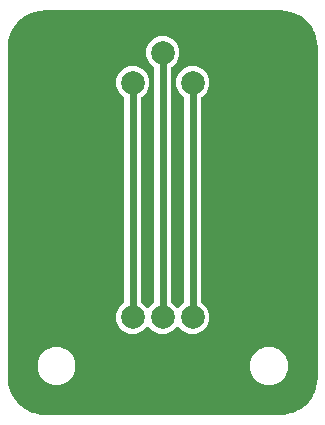
<source format=gbr>
G04 EAGLE Gerber X2 export*
%TF.Part,Single*%
%TF.FileFunction,Copper,L1,Top,Mixed*%
%TF.FilePolarity,Positive*%
%TF.GenerationSoftware,Autodesk,EAGLE,9.0.1*%
%TF.CreationDate,2018-10-12T14:53:16Z*%
G75*
%MOMM*%
%FSLAX34Y34*%
%LPD*%
%AMOC8*
5,1,8,0,0,1.08239X$1,22.5*%
G01*
%ADD10C,2.000000*%
%ADD11C,0.609600*%

G36*
X100021Y-171267D02*
X100021Y-171267D01*
X100091Y-171266D01*
X104360Y-170961D01*
X104370Y-170959D01*
X104380Y-170959D01*
X104539Y-170935D01*
X108722Y-170025D01*
X108731Y-170022D01*
X108741Y-170021D01*
X108896Y-169974D01*
X112906Y-168478D01*
X112915Y-168473D01*
X112925Y-168471D01*
X113071Y-168403D01*
X116828Y-166352D01*
X116836Y-166346D01*
X116845Y-166342D01*
X116980Y-166254D01*
X120406Y-163689D01*
X120414Y-163682D01*
X120422Y-163676D01*
X120543Y-163570D01*
X123570Y-160543D01*
X123576Y-160535D01*
X123584Y-160529D01*
X123689Y-160406D01*
X126254Y-156980D01*
X126259Y-156971D01*
X126266Y-156964D01*
X126352Y-156828D01*
X128403Y-153071D01*
X128407Y-153061D01*
X128412Y-153053D01*
X128478Y-152906D01*
X129974Y-148896D01*
X129976Y-148886D01*
X129981Y-148877D01*
X130025Y-148722D01*
X130935Y-144539D01*
X130936Y-144529D01*
X130939Y-144520D01*
X130961Y-144360D01*
X131266Y-140091D01*
X131265Y-140069D01*
X131269Y-140000D01*
X131269Y140000D01*
X131267Y140021D01*
X131266Y140091D01*
X130961Y144360D01*
X130959Y144370D01*
X130959Y144380D01*
X130935Y144539D01*
X130025Y148722D01*
X130022Y148731D01*
X130021Y148741D01*
X129974Y148896D01*
X128478Y152906D01*
X128473Y152915D01*
X128471Y152925D01*
X128403Y153071D01*
X126352Y156828D01*
X126346Y156836D01*
X126342Y156845D01*
X126254Y156980D01*
X123689Y160406D01*
X123682Y160414D01*
X123676Y160422D01*
X123570Y160543D01*
X120543Y163570D01*
X120535Y163576D01*
X120529Y163584D01*
X120406Y163689D01*
X116980Y166254D01*
X116971Y166259D01*
X116964Y166266D01*
X116828Y166352D01*
X113071Y168403D01*
X113061Y168407D01*
X113053Y168412D01*
X112906Y168478D01*
X108896Y169974D01*
X108886Y169976D01*
X108877Y169981D01*
X108722Y170025D01*
X104539Y170935D01*
X104529Y170936D01*
X104520Y170939D01*
X104360Y170961D01*
X100091Y171266D01*
X100069Y171265D01*
X100000Y171269D01*
X-100000Y171269D01*
X-100021Y171267D01*
X-100091Y171266D01*
X-104360Y170961D01*
X-104370Y170959D01*
X-104380Y170959D01*
X-104539Y170935D01*
X-108722Y170025D01*
X-108731Y170022D01*
X-108741Y170021D01*
X-108896Y169974D01*
X-112906Y168478D01*
X-112915Y168473D01*
X-112925Y168471D01*
X-113071Y168403D01*
X-116828Y166352D01*
X-116836Y166346D01*
X-116845Y166342D01*
X-116980Y166254D01*
X-120406Y163689D01*
X-120414Y163682D01*
X-120422Y163676D01*
X-120543Y163570D01*
X-123570Y160543D01*
X-123576Y160535D01*
X-123584Y160529D01*
X-123689Y160406D01*
X-126254Y156980D01*
X-126259Y156971D01*
X-126266Y156964D01*
X-126316Y156884D01*
X-126321Y156878D01*
X-126324Y156871D01*
X-126352Y156828D01*
X-128403Y153071D01*
X-128407Y153061D01*
X-128412Y153053D01*
X-128478Y152906D01*
X-129974Y148896D01*
X-129976Y148886D01*
X-129981Y148877D01*
X-130025Y148722D01*
X-130935Y144539D01*
X-130936Y144529D01*
X-130939Y144520D01*
X-130961Y144360D01*
X-131266Y140091D01*
X-131265Y140069D01*
X-131269Y140000D01*
X-131269Y-140000D01*
X-131267Y-140021D01*
X-131266Y-140091D01*
X-130961Y-144360D01*
X-130959Y-144370D01*
X-130959Y-144380D01*
X-130935Y-144539D01*
X-130025Y-148722D01*
X-130022Y-148731D01*
X-130021Y-148741D01*
X-129974Y-148896D01*
X-128478Y-152906D01*
X-128473Y-152915D01*
X-128471Y-152925D01*
X-128403Y-153071D01*
X-126352Y-156828D01*
X-126346Y-156836D01*
X-126342Y-156845D01*
X-126254Y-156980D01*
X-123689Y-160406D01*
X-123682Y-160414D01*
X-123676Y-160422D01*
X-123570Y-160543D01*
X-120543Y-163570D01*
X-120535Y-163576D01*
X-120529Y-163584D01*
X-120406Y-163689D01*
X-116980Y-166254D01*
X-116971Y-166259D01*
X-116964Y-166266D01*
X-116828Y-166352D01*
X-113071Y-168403D01*
X-113061Y-168407D01*
X-113053Y-168412D01*
X-112906Y-168478D01*
X-108896Y-169974D01*
X-108886Y-169976D01*
X-108877Y-169981D01*
X-108722Y-170025D01*
X-104539Y-170935D01*
X-104529Y-170936D01*
X-104520Y-170939D01*
X-104360Y-170961D01*
X-100091Y-171266D01*
X-100069Y-171265D01*
X-100000Y-171269D01*
X100000Y-171269D01*
X100021Y-171267D01*
G37*
%LPC*%
G36*
X-28198Y-102665D02*
X-28198Y-102665D01*
X-33367Y-100524D01*
X-37324Y-96567D01*
X-39465Y-91398D01*
X-39465Y-85802D01*
X-37324Y-80633D01*
X-33367Y-76677D01*
X-33296Y-76647D01*
X-33271Y-76633D01*
X-33243Y-76623D01*
X-33133Y-76554D01*
X-33020Y-76490D01*
X-32999Y-76469D01*
X-32974Y-76453D01*
X-32885Y-76359D01*
X-32792Y-76268D01*
X-32776Y-76243D01*
X-32756Y-76222D01*
X-32693Y-76108D01*
X-32625Y-75997D01*
X-32617Y-75969D01*
X-32602Y-75943D01*
X-32570Y-75818D01*
X-32532Y-75693D01*
X-32530Y-75664D01*
X-32523Y-75635D01*
X-32513Y-75475D01*
X-32513Y96875D01*
X-32516Y96904D01*
X-32514Y96933D01*
X-32536Y97061D01*
X-32553Y97190D01*
X-32563Y97218D01*
X-32569Y97247D01*
X-32622Y97365D01*
X-32670Y97486D01*
X-32687Y97510D01*
X-32699Y97537D01*
X-32780Y97638D01*
X-32856Y97743D01*
X-32879Y97762D01*
X-32898Y97785D01*
X-33001Y97863D01*
X-33101Y97946D01*
X-33128Y97959D01*
X-33152Y97976D01*
X-33296Y98047D01*
X-33367Y98077D01*
X-37324Y102033D01*
X-39465Y107202D01*
X-39465Y112798D01*
X-37324Y117967D01*
X-33367Y121924D01*
X-28198Y124065D01*
X-22602Y124065D01*
X-17433Y121924D01*
X-13476Y117967D01*
X-11335Y112798D01*
X-11335Y107202D01*
X-13476Y102033D01*
X-17433Y98077D01*
X-17504Y98047D01*
X-17529Y98033D01*
X-17557Y98023D01*
X-17667Y97954D01*
X-17780Y97890D01*
X-17801Y97869D01*
X-17826Y97853D01*
X-17915Y97759D01*
X-18008Y97668D01*
X-18024Y97643D01*
X-18044Y97622D01*
X-18107Y97508D01*
X-18175Y97397D01*
X-18183Y97369D01*
X-18198Y97343D01*
X-18230Y97218D01*
X-18268Y97093D01*
X-18270Y97064D01*
X-18277Y97035D01*
X-18287Y96875D01*
X-18287Y-75475D01*
X-18284Y-75504D01*
X-18286Y-75533D01*
X-18264Y-75661D01*
X-18247Y-75790D01*
X-18237Y-75818D01*
X-18231Y-75847D01*
X-18178Y-75965D01*
X-18130Y-76086D01*
X-18113Y-76110D01*
X-18101Y-76137D01*
X-18020Y-76238D01*
X-17944Y-76343D01*
X-17921Y-76362D01*
X-17902Y-76385D01*
X-17799Y-76463D01*
X-17699Y-76546D01*
X-17672Y-76559D01*
X-17648Y-76576D01*
X-17504Y-76647D01*
X-17433Y-76677D01*
X-13598Y-80512D01*
X-13503Y-80585D01*
X-13414Y-80664D01*
X-13378Y-80682D01*
X-13346Y-80707D01*
X-13237Y-80754D01*
X-13131Y-80808D01*
X-13092Y-80817D01*
X-13054Y-80833D01*
X-12937Y-80852D01*
X-12821Y-80878D01*
X-12780Y-80877D01*
X-12740Y-80883D01*
X-12622Y-80872D01*
X-12503Y-80868D01*
X-12464Y-80857D01*
X-12424Y-80853D01*
X-12311Y-80813D01*
X-12197Y-80780D01*
X-12163Y-80759D01*
X-12124Y-80746D01*
X-12026Y-80679D01*
X-11923Y-80618D01*
X-11878Y-80579D01*
X-11861Y-80567D01*
X-11848Y-80552D01*
X-11803Y-80512D01*
X-7967Y-76677D01*
X-7896Y-76647D01*
X-7871Y-76633D01*
X-7843Y-76623D01*
X-7733Y-76554D01*
X-7620Y-76490D01*
X-7599Y-76469D01*
X-7574Y-76453D01*
X-7485Y-76359D01*
X-7392Y-76268D01*
X-7376Y-76243D01*
X-7356Y-76222D01*
X-7293Y-76108D01*
X-7225Y-75997D01*
X-7217Y-75969D01*
X-7202Y-75943D01*
X-7170Y-75818D01*
X-7132Y-75693D01*
X-7130Y-75664D01*
X-7123Y-75635D01*
X-7113Y-75475D01*
X-7113Y122275D01*
X-7116Y122304D01*
X-7114Y122333D01*
X-7136Y122461D01*
X-7153Y122590D01*
X-7163Y122618D01*
X-7169Y122647D01*
X-7222Y122765D01*
X-7270Y122886D01*
X-7287Y122910D01*
X-7299Y122937D01*
X-7380Y123038D01*
X-7456Y123143D01*
X-7479Y123162D01*
X-7498Y123185D01*
X-7601Y123263D01*
X-7701Y123346D01*
X-7728Y123359D01*
X-7752Y123376D01*
X-7896Y123447D01*
X-7967Y123477D01*
X-11924Y127433D01*
X-14065Y132602D01*
X-14065Y138198D01*
X-11924Y143367D01*
X-7967Y147324D01*
X-2798Y149465D01*
X2798Y149465D01*
X7967Y147324D01*
X11924Y143367D01*
X14065Y138198D01*
X14065Y132602D01*
X11924Y127433D01*
X7967Y123477D01*
X7896Y123447D01*
X7871Y123433D01*
X7843Y123423D01*
X7733Y123354D01*
X7620Y123290D01*
X7599Y123269D01*
X7574Y123253D01*
X7485Y123159D01*
X7392Y123068D01*
X7376Y123043D01*
X7356Y123022D01*
X7293Y122908D01*
X7225Y122797D01*
X7217Y122769D01*
X7202Y122743D01*
X7170Y122618D01*
X7132Y122493D01*
X7130Y122464D01*
X7123Y122435D01*
X7113Y122275D01*
X7113Y-75475D01*
X7116Y-75504D01*
X7114Y-75533D01*
X7136Y-75661D01*
X7153Y-75790D01*
X7163Y-75818D01*
X7169Y-75847D01*
X7222Y-75965D01*
X7270Y-76086D01*
X7287Y-76110D01*
X7299Y-76137D01*
X7380Y-76238D01*
X7456Y-76343D01*
X7479Y-76362D01*
X7498Y-76385D01*
X7601Y-76463D01*
X7701Y-76546D01*
X7728Y-76559D01*
X7752Y-76576D01*
X7896Y-76647D01*
X7967Y-76677D01*
X11803Y-80512D01*
X11897Y-80585D01*
X11986Y-80664D01*
X12022Y-80682D01*
X12054Y-80707D01*
X12163Y-80754D01*
X12269Y-80808D01*
X12308Y-80817D01*
X12346Y-80833D01*
X12463Y-80852D01*
X12579Y-80878D01*
X12620Y-80877D01*
X12660Y-80883D01*
X12778Y-80872D01*
X12897Y-80868D01*
X12936Y-80857D01*
X12976Y-80853D01*
X13089Y-80813D01*
X13203Y-80780D01*
X13238Y-80759D01*
X13276Y-80746D01*
X13374Y-80679D01*
X13477Y-80618D01*
X13522Y-80579D01*
X13539Y-80567D01*
X13552Y-80552D01*
X13598Y-80512D01*
X17433Y-76677D01*
X17504Y-76647D01*
X17529Y-76633D01*
X17557Y-76623D01*
X17667Y-76554D01*
X17780Y-76490D01*
X17801Y-76469D01*
X17826Y-76453D01*
X17915Y-76359D01*
X18008Y-76268D01*
X18024Y-76243D01*
X18044Y-76222D01*
X18107Y-76108D01*
X18175Y-75997D01*
X18183Y-75969D01*
X18198Y-75943D01*
X18230Y-75818D01*
X18268Y-75693D01*
X18270Y-75664D01*
X18277Y-75635D01*
X18287Y-75475D01*
X18287Y96875D01*
X18284Y96904D01*
X18286Y96933D01*
X18264Y97061D01*
X18247Y97190D01*
X18237Y97218D01*
X18231Y97247D01*
X18178Y97365D01*
X18130Y97486D01*
X18113Y97510D01*
X18101Y97537D01*
X18020Y97638D01*
X17944Y97743D01*
X17921Y97762D01*
X17902Y97785D01*
X17799Y97863D01*
X17699Y97946D01*
X17672Y97959D01*
X17648Y97976D01*
X17504Y98047D01*
X17433Y98077D01*
X13476Y102033D01*
X11335Y107202D01*
X11335Y112798D01*
X13476Y117967D01*
X17433Y121924D01*
X22602Y124065D01*
X28198Y124065D01*
X33367Y121924D01*
X37324Y117967D01*
X39465Y112798D01*
X39465Y107202D01*
X37324Y102033D01*
X33367Y98077D01*
X33296Y98047D01*
X33271Y98033D01*
X33243Y98023D01*
X33133Y97954D01*
X33020Y97890D01*
X32999Y97869D01*
X32974Y97853D01*
X32885Y97759D01*
X32792Y97668D01*
X32776Y97643D01*
X32756Y97622D01*
X32693Y97508D01*
X32625Y97397D01*
X32617Y97369D01*
X32602Y97343D01*
X32570Y97218D01*
X32532Y97093D01*
X32530Y97064D01*
X32523Y97035D01*
X32513Y96875D01*
X32513Y-75475D01*
X32516Y-75504D01*
X32514Y-75533D01*
X32536Y-75661D01*
X32553Y-75790D01*
X32563Y-75818D01*
X32569Y-75847D01*
X32622Y-75965D01*
X32670Y-76086D01*
X32687Y-76110D01*
X32699Y-76137D01*
X32780Y-76238D01*
X32856Y-76343D01*
X32879Y-76362D01*
X32898Y-76385D01*
X33001Y-76463D01*
X33101Y-76546D01*
X33128Y-76559D01*
X33152Y-76576D01*
X33296Y-76647D01*
X33367Y-76677D01*
X37324Y-80633D01*
X39465Y-85802D01*
X39465Y-91398D01*
X37324Y-96567D01*
X33367Y-100524D01*
X28198Y-102665D01*
X22602Y-102665D01*
X17433Y-100524D01*
X13598Y-96688D01*
X13503Y-96615D01*
X13414Y-96536D01*
X13378Y-96518D01*
X13346Y-96493D01*
X13237Y-96446D01*
X13131Y-96392D01*
X13092Y-96383D01*
X13054Y-96367D01*
X12937Y-96348D01*
X12821Y-96322D01*
X12780Y-96323D01*
X12740Y-96317D01*
X12622Y-96328D01*
X12503Y-96332D01*
X12464Y-96343D01*
X12424Y-96347D01*
X12311Y-96387D01*
X12197Y-96420D01*
X12163Y-96441D01*
X12124Y-96454D01*
X12026Y-96521D01*
X11923Y-96582D01*
X11878Y-96621D01*
X11861Y-96633D01*
X11848Y-96648D01*
X11803Y-96688D01*
X7967Y-100524D01*
X2798Y-102665D01*
X-2798Y-102665D01*
X-7967Y-100524D01*
X-11803Y-96688D01*
X-11897Y-96615D01*
X-11986Y-96536D01*
X-12022Y-96518D01*
X-12054Y-96493D01*
X-12163Y-96446D01*
X-12269Y-96392D01*
X-12308Y-96383D01*
X-12346Y-96367D01*
X-12463Y-96348D01*
X-12579Y-96322D01*
X-12620Y-96323D01*
X-12660Y-96317D01*
X-12778Y-96328D01*
X-12897Y-96332D01*
X-12936Y-96343D01*
X-12976Y-96347D01*
X-13089Y-96387D01*
X-13203Y-96420D01*
X-13238Y-96441D01*
X-13276Y-96454D01*
X-13374Y-96521D01*
X-13477Y-96582D01*
X-13522Y-96621D01*
X-13539Y-96633D01*
X-13552Y-96648D01*
X-13598Y-96688D01*
X-17433Y-100524D01*
X-22602Y-102665D01*
X-28198Y-102665D01*
G37*
%LPD*%
%LPC*%
G36*
X86817Y-146001D02*
X86817Y-146001D01*
X80936Y-143565D01*
X76435Y-139064D01*
X73999Y-133183D01*
X73999Y-126817D01*
X76435Y-120936D01*
X80936Y-116435D01*
X86817Y-113999D01*
X93183Y-113999D01*
X99064Y-116435D01*
X103565Y-120936D01*
X106001Y-126817D01*
X106001Y-133183D01*
X103565Y-139064D01*
X99064Y-143565D01*
X93183Y-146001D01*
X86817Y-146001D01*
G37*
%LPD*%
%LPC*%
G36*
X-93183Y-146001D02*
X-93183Y-146001D01*
X-99064Y-143565D01*
X-103565Y-139064D01*
X-106001Y-133183D01*
X-106001Y-126817D01*
X-103565Y-120936D01*
X-99064Y-116435D01*
X-93183Y-113999D01*
X-86817Y-113999D01*
X-80936Y-116435D01*
X-76435Y-120936D01*
X-73999Y-126817D01*
X-73999Y-133183D01*
X-76435Y-139064D01*
X-80936Y-143565D01*
X-86817Y-146001D01*
X-93183Y-146001D01*
G37*
%LPD*%
D10*
X-25400Y110000D03*
X-25400Y-88600D03*
D11*
X-25400Y110000D01*
D10*
X25400Y110000D03*
X25400Y-88600D03*
D11*
X25400Y110000D01*
D10*
X0Y135400D03*
X0Y-88600D03*
D11*
X0Y135400D01*
M02*

</source>
